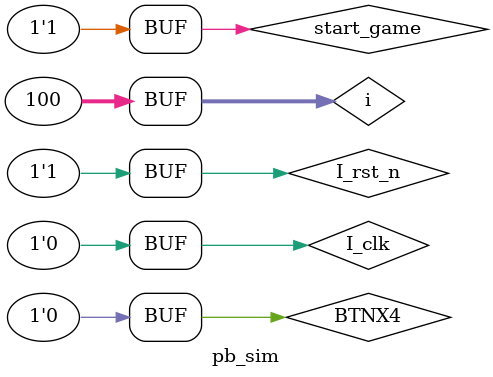
<source format=v>
`timescale 1ns / 1ps


module pb_sim;

	// Inputs
	reg I_clk;
	reg I_rst_n;
	reg start_game;
	reg BTNX4;

	// Outputs
	wire [3:0] O_red;
	wire [3:0] O_green;
	wire [3:0] O_blue;
	wire O_hs;
	wire O_vs;

	// Instantiate the Unit Under Test (UUT)
	Top uut (
		.I_clk(I_clk), 
		.I_rst_n(I_rst_n), 
		.start_game(start_game), 
		.O_red(O_red), 
		.O_green(O_green), 
		.O_blue(O_blue), 
		.O_hs(O_hs), 
		.O_vs(O_vs), 
		.BTNX4(BTNX4)
	);


	integer i = 0;
	initial begin
		// Initialize Inputs
		I_clk = 0;
		I_rst_n = 0;
		start_game = 0;
		BTNX4 = 0;

		// Wait 100 ns for global reset to finish
		#10;
		I_rst_n = 1;
		#50;
		start_game = 1;
        
		// Add stimulus here
		for(i = 0;i < 100;i=i+1)begin
		I_clk = ~I_clk;
		end

	end
      
endmodule


</source>
